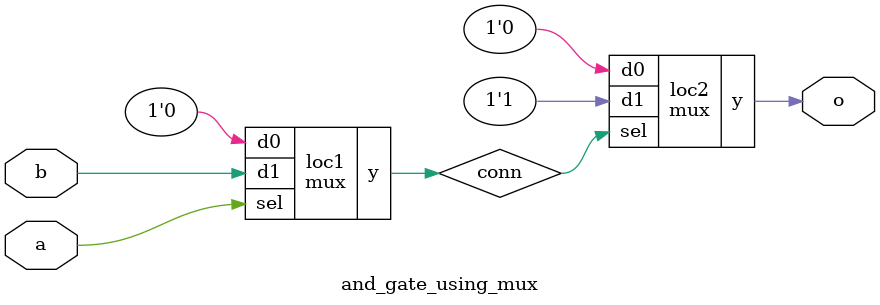
<source format=sv>

module mux
(
  input  d0, d1,
  input  sel,
  output y
);

  assign y = sel ? d1 : d0;

endmodule

//----------------------------------------------------------------------------
// Task
//----------------------------------------------------------------------------

module and_gate_using_mux
(
    input  a,
    input  b,
    output o
);

  // Task:
  // Implement and gate using instance(s) of mux,
  // constants 0 and 1, and wire connections

  wire conn;

  mux loc1 (
    .d0(1'b0),
    .d1(b),
    .sel(a),
    .y(conn)
  );

    mux loc2 (
    .d0(1'b0),
    .d1(1'b1),
    .sel(conn),
    .y(o)
  );

endmodule

</source>
